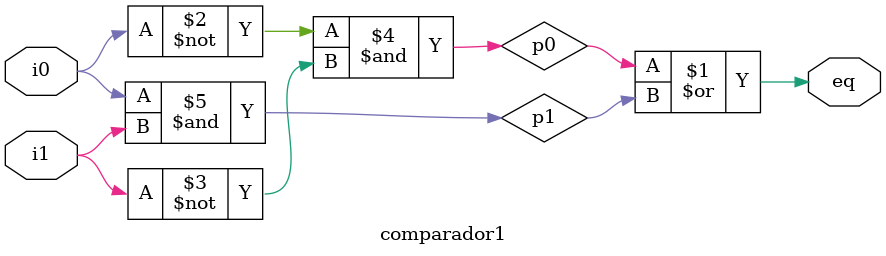
<source format=v>
`timescale 1ns / 1ps
module comparador1(
    input i0,
    input i1,
    output eq
    );
	wire p0, p1;
	assign eq = p0 | p1;
	assign p0 = ~i0 & ~i1;
	assign p1 = i0 & i1;
	

endmodule

</source>
